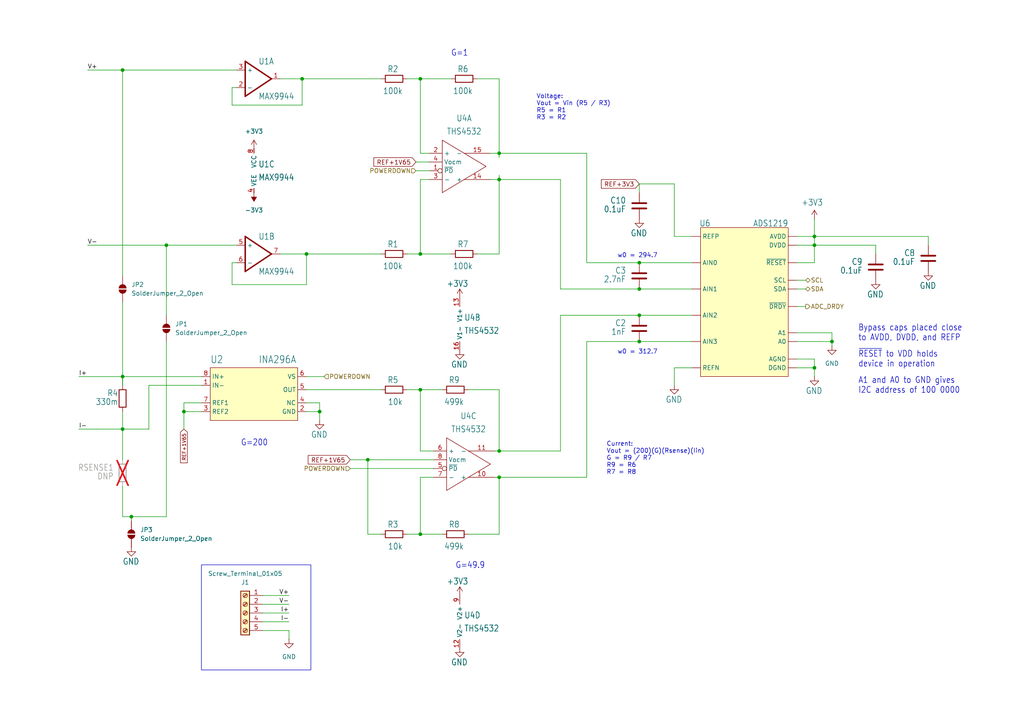
<source format=kicad_sch>
(kicad_sch (version 20231120) (generator "eeschema") (generator_version "8.0")
  (paper "A4")
  (title_block (title "Soil Power Sensor") (date "2024-07-26") (rev "2.2.1") (company "jlab"))
  (lib_symbols
    (symbol "Connector:Screw_Terminal_01x05" (pin_names (offset 1.016) hide)
      (property "Reference" "J" (at 0 7.62 0))
      (property "Value" "Screw_Terminal_01x05" (at 0 -7.62 0))
      (symbol "Screw_Terminal_01x05_1_1"
        (rectangle (start -1.27 6.35) (end 1.27 -6.35) (stroke (width 0.254)) (fill (type background)))
        (circle (center 0 -5.08) (radius 0.635) (stroke (width 0.1524)))
        (circle (center 0 -2.54) (radius 0.635) (stroke (width 0.1524)))
        (polyline (pts (xy -0.5334 -4.7498) (xy 0.3302 -5.588)) (stroke (width 0.1524)))
        (polyline (pts (xy -0.5334 -2.2098) (xy 0.3302 -3.048)) (stroke (width 0.1524)))
        (polyline (pts (xy -0.5334 0.3302) (xy 0.3302 -0.508)) (stroke (width 0.1524)))
        (polyline (pts (xy -0.5334 2.8702) (xy 0.3302 2.032)) (stroke (width 0.1524)))
        (polyline (pts (xy -0.5334 5.4102) (xy 0.3302 4.572)) (stroke (width 0.1524)))
        (polyline (pts (xy -0.3556 -4.572) (xy 0.508 -5.4102)) (stroke (width 0.1524)))
        (polyline (pts (xy -0.3556 -2.032) (xy 0.508 -2.8702)) (stroke (width 0.1524)))
        (polyline (pts (xy -0.3556 0.508) (xy 0.508 -0.3302)) (stroke (width 0.1524)))
        (polyline (pts (xy -0.3556 3.048) (xy 0.508 2.2098)) (stroke (width 0.1524)))
        (polyline (pts (xy -0.3556 5.588) (xy 0.508 4.7498)) (stroke (width 0.1524)))
        (circle (center 0 0) (radius 0.635) (stroke (width 0.1524)))
        (circle (center 0 2.54) (radius 0.635) (stroke (width 0.1524)))
        (circle (center 0 5.08) (radius 0.635) (stroke (width 0.1524)))
        (pin passive line (at -5.08 5.08 0) (length 3.81) (name "Pin_1") (number "1"))
        (pin passive line (at -5.08 2.54 0) (length 3.81) (name "Pin_2") (number "2"))
        (pin passive line (at -5.08 0 0) (length 3.81) (name "Pin_3") (number "3"))
        (pin passive line (at -5.08 -2.54 0) (length 3.81) (name "Pin_4") (number "4"))
        (pin passive line (at -5.08 -5.08 0) (length 3.81) (name "Pin_5") (number "5"))
      )
    )
    (symbol "Device:C" (pin_numbers hide) (pin_names (offset 0.254))
      (property "Reference" "C" (at 0.635 2.54 0))
      (property "Value" "C" (at 0.635 -2.54 0))
      (symbol "C_0_1"
        (polyline (pts (xy -2.032 -0.762) (xy 2.032 -0.762)) (stroke (width 0.508)))
        (polyline (pts (xy -2.032 0.762) (xy 2.032 0.762)) (stroke (width 0.508)))
      )
      (symbol "C_1_1"
        (pin passive line (at 0 3.81 270) (length 2.794) (name "~") (number "1"))
        (pin passive line (at 0 -3.81 90) (length 2.794) (name "~") (number "2"))
      )
    )
    (symbol "Device:R" (pin_numbers hide) (pin_names (offset 0))
      (property "Reference" "R" (at 2.032 0 90))
      (property "Value" "R" (at 0 0 90))
      (symbol "R_0_1"
        (rectangle (start -1.016 -2.54) (end 1.016 2.54) (stroke (width 0.254)))
      )
      (symbol "R_1_1"
        (pin passive line (at 0 3.81 270) (length 1.27) (name "~") (number "1"))
        (pin passive line (at 0 -3.81 90) (length 1.27) (name "~") (number "2"))
      )
    )
    (symbol "Jumper:SolderJumper_2_Open" (pin_numbers hide) (pin_names (offset 0) hide) (exclude_from_sim yes) (in_bom no)
      (property "Reference" "JP" (at 0 2.032 0))
      (property "Value" "SolderJumper_2_Open" (at 0 -2.54 0))
      (symbol "SolderJumper_2_Open_0_1"
        (arc (start -0.254 1.016) (mid -1.2656 0) (end -0.254 -1.016))
        (arc (start -0.254 1.016) (mid -1.2656 0) (end -0.254 -1.016) (fill (type outline)))
        (polyline (pts (xy -0.254 1.016) (xy -0.254 -1.016)))
        (polyline (pts (xy 0.254 1.016) (xy 0.254 -1.016)))
        (arc (start 0.254 -1.016) (mid 1.2656 0) (end 0.254 1.016))
        (arc (start 0.254 -1.016) (mid 1.2656 0) (end 0.254 1.016) (fill (type outline)))
      )
      (symbol "SolderJumper_2_Open_1_1"
        (pin passive line (at -3.81 0 0) (length 2.54) (name "A") (number "1"))
        (pin passive line (at 3.81 0 180) (length 2.54) (name "B") (number "2"))
      )
    )
    (symbol "Soil Power Sensor-eagle-import:ADS1219"
      (property "Reference" "U" (at -12.7 22.86 0))
      (property "Value" "ADS1219" (at 2.54 22.86 0))
      (symbol "ADS1219_1_0"
        (pin input line (at 15.24 -12.7 180) (length 2.54) (name "A0") (number "PIN1"))
        (pin bidirectional line (at -15.24 2.54 0) (length 2.54) (name "AIN1") (number "PIN10"))
        (pin bidirectional line (at -15.24 10.16 0) (length 2.54) (name "AIN0") (number "PIN11"))
        (pin power_in line (at 15.24 17.78 180) (length 2.54) (name "AVDD") (number "PIN12"))
        (pin power_in line (at 15.24 15.24 180) (length 2.54) (name "DVDD") (number "PIN13"))
        (pin bidirectional line (at 15.24 -2.54 180) (length 2.54) (name "~{DRDY}") (number "PIN14"))
        (pin bidirectional line (at 15.24 2.54 180) (length 2.54) (name "SDA") (number "PIN15"))
        (pin bidirectional line (at 15.24 5.08 180) (length 2.54) (name "SCL") (number "PIN16"))
        (pin input line (at 15.24 -10.16 180) (length 2.54) (name "A1") (number "PIN2"))
        (pin input line (at 15.24 10.16 180) (length 2.54) (name "~{RESET}") (number "PIN3"))
        (pin power_in line (at 15.24 -20.32 180) (length 2.54) (name "DGND") (number "PIN4"))
        (pin power_in line (at 15.24 -17.78 180) (length 2.54) (name "AGND") (number "PIN5"))
        (pin bidirectional line (at -15.24 -12.7 0) (length 2.54) (name "AIN3") (number "PIN6"))
        (pin bidirectional line (at -15.24 -5.08 0) (length 2.54) (name "AIN2") (number "PIN7"))
        (pin input line (at -15.24 -20.32 0) (length 2.54) (name "REFN") (number "PIN8"))
        (pin input line (at -15.24 17.78 0) (length 2.54) (name "REFP") (number "PIN9"))
      )
      (symbol "ADS1219_1_1"
        (rectangle (start -12.7 20.32) (end 12.7 -22.86) (fill (type background)))
      )
    )
    (symbol "Soil Power Sensor-eagle-import:INA296A"
      (property "Reference" "U" (at -12.7 7.62 0))
      (property "Value" "INA296A" (at 1.27 7.62 0))
      (symbol "INA296A_1_0"
        (pin input line (at -15.24 1.27 0) (length 2.54) (name "IN-") (number "1"))
        (pin power_in line (at 15.24 -6.35 180) (length 2.54) (name "GND") (number "2"))
        (pin bidirectional line (at -15.24 -6.35 0) (length 2.54) (name "REF2") (number "3"))
        (pin passive line (at 15.24 -3.81 180) (length 2.54) (name "NC") (number "4"))
        (pin output line (at 15.24 0 180) (length 2.54) (name "OUT") (number "5"))
        (pin power_in line (at 15.24 3.81 180) (length 2.54) (name "VS") (number "6"))
        (pin bidirectional line (at -15.24 -3.81 0) (length 2.54) (name "REF1") (number "7"))
        (pin input line (at -15.24 3.81 0) (length 2.54) (name "IN+") (number "8"))
      )
      (symbol "INA296A_1_1"
        (rectangle (start -12.7 6.35) (end 12.7 -8.89) (fill (type background)))
      )
    )
    (symbol "Soil Power Sensor-eagle-import:MAX9944"
      (property "Reference" "U" (at 3.81 3.81 0))
      (property "Value" "MAX9944" (at 3.81 -6.35 0))
      (symbol "MAX9944_1_0"
        (polyline (pts (xy -2.54 -5.08) (xy 5.08 0)) (stroke (width 0.4064)))
        (polyline (pts (xy -2.54 5.08) (xy -2.54 -5.08)) (stroke (width 0.4064)))
        (polyline (pts (xy 5.08 0) (xy -2.54 5.08)) (stroke (width 0.4064)))
        (pin output line (at 7.62 0 180) (length 2.54) (name "OUT") (number "1"))
        (pin input line (at -5.08 -2.54 0) (length 2.54) (name "-") (number "2"))
        (pin input line (at -5.08 2.54 0) (length 2.54) (name "+") (number "3"))
      )
      (symbol "MAX9944_2_0"
        (polyline (pts (xy -2.54 -5.08) (xy 5.08 0)) (stroke (width 0.4064)))
        (polyline (pts (xy -2.54 5.08) (xy -2.54 -5.08)) (stroke (width 0.4064)))
        (polyline (pts (xy 5.08 0) (xy -2.54 5.08)) (stroke (width 0.4064)))
        (pin input line (at -5.08 2.54 0) (length 2.54) (name "+") (number "5"))
        (pin input line (at -5.08 -2.54 0) (length 2.54) (name "-") (number "6"))
        (pin output line (at 7.62 0 180) (length 2.54) (name "OUT") (number "7"))
      )
      (symbol "MAX9944_3_0"
        (pin power_in line (at 0 -6.35 90) (length 1.27) (name "VEE") (number "4"))
        (pin power_in line (at 0 6.35 270) (length 1.27) (name "VCC") (number "8"))
      )
    )
    (symbol "Soil Power Sensor-eagle-import:THS4532"
      (property "Reference" "U" (at 1.27 6.35 0))
      (property "Value" "THS4532" (at 1.27 -7.62 0))
      (symbol "THS4532_1_0"
        (polyline (pts (xy -5.08 -7.62) (xy -5.08 7.62)) (stroke (width 0.1524)))
        (polyline (pts (xy -5.08 7.62) (xy 7.62 0)) (stroke (width 0.1524)))
        (polyline (pts (xy 7.62 0) (xy -5.08 -7.62)) (stroke (width 0.1524)))
        (pin input inverted (at -8.89 -1.27 0) (length 3.81) (name "~{PD}") (number "1"))
        (pin output line (at 8.89 -3.81 180) (length 7.62) (name "+") (number "14"))
        (pin output line (at 8.89 3.81 180) (length 7.62) (name "-") (number "15"))
        (pin input line (at -8.89 3.81 0) (length 3.81) (name "+") (number "2"))
        (pin input line (at -8.89 -3.81 0) (length 3.81) (name "-") (number "3"))
        (pin input line (at -8.89 1.27 0) (length 3.81) (name "Vocm") (number "4"))
      )
      (symbol "THS4532_2_0"
        (pin power_in line (at 0 7.62 270) (length 2.54) (name "V1+") (number "13"))
        (pin power_in line (at 0 -7.62 90) (length 2.54) (name "V1-") (number "16"))
      )
      (symbol "THS4532_3_0"
        (polyline (pts (xy -5.08 -7.62) (xy -5.08 7.62)) (stroke (width 0.1524)))
        (polyline (pts (xy -5.08 7.62) (xy 7.62 0)) (stroke (width 0.1524)))
        (polyline (pts (xy 7.62 0) (xy -5.08 -7.62)) (stroke (width 0.1524)))
        (pin output line (at 8.89 -3.81 180) (length 7.62) (name "+") (number "10"))
        (pin output line (at 8.89 3.81 180) (length 7.62) (name "-") (number "11"))
        (pin input inverted (at -8.89 -1.27 0) (length 3.81) (name "~{PD}") (number "5"))
        (pin input line (at -8.89 3.81 0) (length 3.81) (name "+") (number "6"))
        (pin input line (at -8.89 -3.81 0) (length 3.81) (name "-") (number "7"))
        (pin input line (at -8.89 1.27 0) (length 3.81) (name "Vocm") (number "8"))
      )
      (symbol "THS4532_4_0"
        (pin power_in line (at 0 -7.62 90) (length 2.54) (name "V2-") (number "12"))
        (pin power_in line (at 0 7.62 270) (length 2.54) (name "V2+") (number "9"))
      )
    )
    (symbol "power:+3V3" (power) (pin_numbers hide) (pin_names (offset 0) hide)
      (property "Value" "+3V3" (at 0 3.556 0))
      (symbol "+3V3_0_1"
        (polyline (pts (xy -0.762 1.27) (xy 0 2.54)))
        (polyline (pts (xy 0 0) (xy 0 2.54)))
        (polyline (pts (xy 0 2.54) (xy 0.762 1.27)))
      )
      (symbol "+3V3_1_1"
        (pin power_in line (at 0 0 90) (length 0) (name "~") (number "1"))
      )
    )
    (symbol "power:-3V3" (power) (pin_numbers hide) (pin_names (offset 0) hide)
      (property "Value" "-3V3" (at 0 3.556 0))
      (symbol "-3V3_0_0"
        (pin power_in line (at 0 0 90) (length 0) (name "~") (number "1"))
      )
      (symbol "-3V3_0_1"
        (polyline (pts (xy 0 0) (xy 0 1.27) (xy 0.762 1.27) (xy 0 2.54) (xy -0.762 1.27) (xy 0 1.27)) (fill (type outline)))
      )
    )
    (symbol "power:GND" (power) (pin_numbers hide) (pin_names (offset 0) hide)
      (property "Value" "GND" (at 0 -3.81 0))
      (symbol "GND_0_1"
        (polyline (pts (xy 0 0) (xy 0 -1.27) (xy 1.27 -1.27) (xy 0 -2.54) (xy -1.27 -1.27) (xy 0 -1.27)))
      )
      (symbol "GND_1_1"
        (pin power_in line (at 0 0 270) (length 0) (name "~") (number "1"))
      )
    )
  )
  (junction (at 236.22 106.68))
  (junction (at 185.42 76.2))
  (junction (at 241.3 99.06))
  (junction (at 121.92 113.03))
  (junction (at 185.42 99.06))
  (junction (at 185.42 83.82))
  (junction (at 144.78 130.81))
  (junction (at 236.22 68.58))
  (junction (at 106.68 133.35))
  (junction (at 88.9 73.66))
  (junction (at 121.92 73.66))
  (junction (at 35.56 109.22))
  (junction (at 38.1 149.86))
  (junction (at 92.71 119.38))
  (junction (at 144.78 138.43))
  (junction (at 236.22 71.12))
  (junction (at 121.92 154.94))
  (junction (at 87.63 22.86))
  (junction (at 185.42 91.44))
  (junction (at 35.56 20.32))
  (junction (at 48.26 71.12))
  (junction (at 35.56 124.46))
  (junction (at 121.92 22.86))
  (junction (at 144.78 44.45))
  (junction (at 144.78 52.07))
  (junction (at 53.34 119.38))
  (wire (pts (xy 118.11 73.66) (xy 121.92 73.66)) (stroke (width 0.1524)))
  (wire (pts (xy 269.24 68.58) (xy 269.24 71.12)) (stroke (width 0.1524)))
  (wire (pts (xy 231.14 106.68) (xy 236.22 106.68)) (stroke (width 0.1524)))
  (wire (pts (xy 195.58 68.58) (xy 195.58 53.34)) (stroke (width 0.1524)))
  (wire (pts (xy 185.42 55.88) (xy 185.42 53.34)) (stroke (width 0.1524)))
  (wire (pts (xy 124.46 130.81) (xy 125.73 130.81)))
  (wire (pts (xy 231.14 68.58) (xy 236.22 68.58)) (stroke (width 0.1524)))
  (wire (pts (xy 25.4 71.12) (xy 48.26 71.12)) (stroke (width 0.1524)))
  (wire (pts (xy 43.18 124.46) (xy 43.18 111.76)) (stroke (width 0.1524)))
  (wire (pts (xy 76.2 177.8) (xy 83.82 177.8)))
  (wire (pts (xy 76.2 175.26) (xy 83.82 175.26)))
  (wire (pts (xy 144.78 22.86) (xy 144.78 44.45)) (stroke (width 0.1524)))
  (wire (pts (xy 35.56 124.46) (xy 43.18 124.46)) (stroke (width 0.1524)))
  (wire (pts (xy 88.9 82.55) (xy 88.9 73.66)) (stroke (width 0.1524)))
  (wire (pts (xy 241.3 99.06) (xy 241.3 100.33)))
  (wire (pts (xy 118.11 154.94) (xy 119.38 154.94)))
  (wire (pts (xy 67.31 25.4) (xy 67.31 30.48)) (stroke (width 0.1524)))
  (wire (pts (xy 139.7 22.86) (xy 144.78 22.86)) (stroke (width 0.1524)))
  (wire (pts (xy 144.78 138.43) (xy 144.78 154.94)) (stroke (width 0.1524)))
  (wire (pts (xy 185.42 83.82) (xy 200.66 83.82)) (stroke (width 0.1524)))
  (wire (pts (xy 124.46 130.81) (xy 121.92 130.81)) (stroke (width 0.1524)))
  (wire (pts (xy 236.22 68.58) (xy 236.22 63.5)) (stroke (width 0.1524)))
  (wire (pts (xy 120.65 49.53) (xy 124.46 49.53)))
  (wire (pts (xy 185.42 91.44) (xy 200.66 91.44)) (stroke (width 0.1524)))
  (wire (pts (xy 68.58 20.32) (xy 35.56 20.32)) (stroke (width 0.1524)))
  (wire (pts (xy 121.92 52.07) (xy 124.46 52.07)) (stroke (width 0.1524)))
  (wire (pts (xy 88.9 109.22) (xy 93.98 109.22)) (stroke (width 0.1524)))
  (wire (pts (xy 35.56 111.76) (xy 35.56 109.22)) (stroke (width 0.1524)))
  (wire (pts (xy 144.78 130.81) (xy 162.56 130.81)) (stroke (width 0.1524)))
  (wire (pts (xy 76.2 182.88) (xy 83.82 182.88)))
  (wire (pts (xy 53.34 116.84) (xy 58.42 116.84)) (stroke (width 0.1524)))
  (wire (pts (xy 121.92 138.43) (xy 121.92 154.94)) (stroke (width 0.1524)))
  (wire (pts (xy 22.86 109.22) (xy 35.56 109.22)) (stroke (width 0.1524)))
  (wire (pts (xy 231.14 104.14) (xy 236.22 104.14)) (stroke (width 0.1524)))
  (wire (pts (xy 35.56 109.22) (xy 58.42 109.22)) (stroke (width 0.1524)))
  (wire (pts (xy 81.28 22.86) (xy 87.63 22.86)) (stroke (width 0.1524)))
  (wire (pts (xy 48.26 91.44) (xy 48.26 71.12)) (stroke (width 0.1524)))
  (wire (pts (xy 144.78 44.45) (xy 144.78 45.72)) (stroke (width 0.1524)))
  (wire (pts (xy 118.11 22.86) (xy 121.92 22.86)) (stroke (width 0.1524)))
  (wire (pts (xy 35.56 80.01) (xy 35.56 20.32)) (stroke (width 0.1524)))
  (wire (pts (xy 121.92 73.66) (xy 130.81 73.66)) (stroke (width 0.1524)))
  (wire (pts (xy 83.82 182.88) (xy 83.82 185.42)))
  (wire (pts (xy 254 71.12) (xy 254 73.66)) (stroke (width 0.1524)))
  (wire (pts (xy 121.92 154.94) (xy 128.27 154.94)) (stroke (width 0.1524)))
  (wire (pts (xy 236.22 71.12) (xy 236.22 68.58)) (stroke (width 0.1524)))
  (wire (pts (xy 142.24 44.45) (xy 144.78 44.45)) (stroke (width 0.1524)))
  (wire (pts (xy 38.1 149.86) (xy 48.26 149.86)) (stroke (width 0.1524)))
  (wire (pts (xy 43.18 111.76) (xy 58.42 111.76)) (stroke (width 0.1524)))
  (wire (pts (xy 92.71 119.38) (xy 92.71 121.92)))
  (wire (pts (xy 35.56 87.63) (xy 35.56 109.22)) (stroke (width 0.1524)))
  (wire (pts (xy 200.66 68.58) (xy 195.58 68.58)) (stroke (width 0.1524)))
  (wire (pts (xy 241.3 96.52) (xy 241.3 99.06)) (stroke (width 0.1524)))
  (wire (pts (xy 121.92 113.03) (xy 128.27 113.03)) (stroke (width 0.1524)))
  (wire (pts (xy 236.22 68.58) (xy 269.24 68.58)) (stroke (width 0.1524)))
  (wire (pts (xy 231.14 76.2) (xy 236.22 76.2)) (stroke (width 0.1524)))
  (wire (pts (xy 195.58 106.68) (xy 200.66 106.68)) (stroke (width 0.1524)))
  (wire (pts (xy 67.31 30.48) (xy 87.63 30.48)) (stroke (width 0.1524)))
  (wire (pts (xy 236.22 76.2) (xy 236.22 71.12)) (stroke (width 0.1524)))
  (wire (pts (xy 106.68 133.35) (xy 106.68 154.94)) (stroke (width 0.1524)))
  (wire (pts (xy 120.65 46.99) (xy 124.46 46.99)) (stroke (width 0.1524)))
  (wire (pts (xy 144.78 130.81) (xy 144.78 113.03)) (stroke (width 0.1524)))
  (wire (pts (xy 118.11 113.03) (xy 121.92 113.03)) (stroke (width 0.1524)))
  (wire (pts (xy 185.42 53.34) (xy 195.58 53.34)) (stroke (width 0.1524)))
  (wire (pts (xy 143.51 130.81) (xy 144.78 130.81)))
  (wire (pts (xy 231.14 88.9) (xy 233.68 88.9)) (stroke (width 0.1524)))
  (wire (pts (xy 81.28 73.66) (xy 88.9 73.66)) (stroke (width 0.1524)))
  (wire (pts (xy 138.43 73.66) (xy 139.7 73.66)))
  (wire (pts (xy 231.14 83.82) (xy 233.68 83.82)) (stroke (width 0.1524)))
  (wire (pts (xy 144.78 113.03) (xy 137.16 113.03)) (stroke (width 0.1524)))
  (wire (pts (xy 68.58 76.2) (xy 67.31 76.2)) (stroke (width 0.1524)))
  (wire (pts (xy 101.6 135.89) (xy 125.73 135.89)))
  (wire (pts (xy 135.89 113.03) (xy 137.16 113.03)))
  (wire (pts (xy 170.18 76.2) (xy 170.18 44.45)) (stroke (width 0.1524)))
  (wire (pts (xy 88.9 113.03) (xy 110.49 113.03)) (stroke (width 0.1524)))
  (wire (pts (xy 236.22 104.14) (xy 236.22 106.68)) (stroke (width 0.1524)))
  (wire (pts (xy 170.18 76.2) (xy 185.42 76.2)) (stroke (width 0.1524)))
  (wire (pts (xy 121.92 44.45) (xy 121.92 22.86)) (stroke (width 0.1524)))
  (wire (pts (xy 38.1 151.13) (xy 38.1 149.86)) (stroke (width 0.1524)))
  (wire (pts (xy 125.73 138.43) (xy 121.92 138.43)))
  (wire (pts (xy 142.24 52.07) (xy 144.78 52.07)) (stroke (width 0.1524)))
  (wire (pts (xy 106.68 133.35) (xy 125.73 133.35)))
  (wire (pts (xy 195.58 111.76) (xy 195.58 106.68)) (stroke (width 0.1524)))
  (wire (pts (xy 121.92 22.86) (xy 130.81 22.86)) (stroke (width 0.1524)))
  (wire (pts (xy 53.34 116.84) (xy 53.34 119.38)) (stroke (width 0.1524)))
  (wire (pts (xy 231.14 99.06) (xy 241.3 99.06)) (stroke (width 0.1524)))
  (wire (pts (xy 138.43 22.86) (xy 139.7 22.86)))
  (wire (pts (xy 67.31 76.2) (xy 67.31 82.55)) (stroke (width 0.1524)))
  (wire (pts (xy 35.56 119.38) (xy 35.56 124.46)))
  (wire (pts (xy 124.46 44.45) (xy 121.92 44.45)) (stroke (width 0.1524)))
  (wire (pts (xy 35.56 109.22) (xy 35.56 111.76)))
  (wire (pts (xy 170.18 99.06) (xy 185.42 99.06)) (stroke (width 0.1524)))
  (wire (pts (xy 101.6 133.35) (xy 106.68 133.35)))
  (wire (pts (xy 38.1 149.86) (xy 35.56 149.86)) (stroke (width 0.1524)))
  (wire (pts (xy 139.7 73.66) (xy 144.78 73.66)) (stroke (width 0.1524)))
  (wire (pts (xy 67.31 82.55) (xy 88.9 82.55)) (stroke (width 0.1524)))
  (wire (pts (xy 35.56 124.46) (xy 35.56 133.35)) (stroke (width 0.1524)))
  (wire (pts (xy 143.51 138.43) (xy 144.78 138.43)) (stroke (width 0.1524)))
  (wire (pts (xy 22.86 124.46) (xy 27.94 124.46)))
  (wire (pts (xy 88.9 119.38) (xy 92.71 119.38)))
  (wire (pts (xy 185.42 76.2) (xy 200.66 76.2)) (stroke (width 0.1524)))
  (wire (pts (xy 68.58 71.12) (xy 48.26 71.12)) (stroke (width 0.1524)))
  (wire (pts (xy 162.56 83.82) (xy 185.42 83.82)) (stroke (width 0.1524)))
  (wire (pts (xy 92.71 116.84) (xy 92.71 119.38)))
  (wire (pts (xy 162.56 130.81) (xy 162.56 91.44)) (stroke (width 0.1524)))
  (wire (pts (xy 48.26 99.06) (xy 48.26 149.86)) (stroke (width 0.1524)))
  (wire (pts (xy 135.89 154.94) (xy 144.78 154.94)) (stroke (width 0.1524)))
  (wire (pts (xy 162.56 91.44) (xy 185.42 91.44)) (stroke (width 0.1524)))
  (wire (pts (xy 236.22 71.12) (xy 254 71.12)) (stroke (width 0.1524)))
  (wire (pts (xy 185.42 99.06) (xy 200.66 99.06)) (stroke (width 0.1524)))
  (wire (pts (xy 68.58 25.4) (xy 67.31 25.4)) (stroke (width 0.1524)))
  (wire (pts (xy 119.38 154.94) (xy 121.92 154.94)) (stroke (width 0.1524)))
  (wire (pts (xy 144.78 52.07) (xy 162.56 52.07)) (stroke (width 0.1524)))
  (wire (pts (xy 35.56 140.97) (xy 35.56 149.86)) (stroke (width 0.1524)))
  (wire (pts (xy 231.14 71.12) (xy 236.22 71.12)) (stroke (width 0.1524)))
  (wire (pts (xy 88.9 116.84) (xy 92.71 116.84)))
  (wire (pts (xy 121.92 73.66) (xy 121.92 52.07)) (stroke (width 0.1524)))
  (wire (pts (xy 144.78 138.43) (xy 170.18 138.43)) (stroke (width 0.1524)))
  (wire (pts (xy 162.56 83.82) (xy 162.56 52.07)) (stroke (width 0.1524)))
  (wire (pts (xy 55.88 119.38) (xy 53.34 119.38)) (stroke (width 0.1524)))
  (wire (pts (xy 87.63 22.86) (xy 110.49 22.86)) (stroke (width 0.1524)))
  (wire (pts (xy 35.56 20.32) (xy 25.4 20.32)) (stroke (width 0.1524)))
  (wire (pts (xy 170.18 99.06) (xy 170.18 138.43)) (stroke (width 0.1524)))
  (wire (pts (xy 76.2 180.34) (xy 83.82 180.34)))
  (wire (pts (xy 76.2 172.72) (xy 83.82 172.72)))
  (wire (pts (xy 231.14 81.28) (xy 233.68 81.28)) (stroke (width 0.1524)))
  (wire (pts (xy 53.34 119.38) (xy 53.34 124.46)) (stroke (width 0.1524)))
  (wire (pts (xy 88.9 73.66) (xy 110.49 73.66)) (stroke (width 0.1524)))
  (wire (pts (xy 231.14 96.52) (xy 241.3 96.52)) (stroke (width 0.1524)))
  (wire (pts (xy 27.94 124.46) (xy 35.56 124.46)) (stroke (width 0.1524)))
  (wire (pts (xy 236.22 106.68) (xy 236.22 109.22)) (stroke (width 0.1524)))
  (wire (pts (xy 144.78 44.45) (xy 170.18 44.45)) (stroke (width 0.1524)))
  (wire (pts (xy 144.78 73.66) (xy 144.78 52.07)) (stroke (width 0.1524)))
  (wire (pts (xy 121.92 130.81) (xy 121.92 113.03)) (stroke (width 0.1524)))
  (wire (pts (xy 87.63 22.86) (xy 87.63 30.48)) (stroke (width 0.1524)))
  (wire (pts (xy 106.68 154.94) (xy 110.49 154.94)) (stroke (width 0.1524)))
  (wire (pts (xy 144.78 52.07) (xy 144.78 50.8)) (stroke (width 0.1524)))
  (wire (pts (xy 55.88 119.38) (xy 58.42 119.38)))
  (rectangle (start 58.42 163.83) (end 90.17 194.31))
  (text "G=49.9" (at 132.08 165.1 0) (effects (font (size 1.778 1.5113)) (justify left bottom)))
  (text "G=1" (at 130.81 16.51 0) (effects (font (size 1.778 1.5113)) (justify left bottom)))
  (text "A1 and A0 to GND gives\nI2C address of 100 0000" (at 248.92 114.3 0) (effects (font (size 1.778 1.5113)) (justify left bottom)))
  (text "Current:\nVout = (200)(G)(Rsense)(Iin)\nG = R9 / R7\nR9 = R6\nR7 = R8" (at 175.895 137.795 0) (effects (font (size 1.27 1.27)) (justify left bottom)))
  (text "w0 = 312.7" (at 179.07 102.87 0) (effects (font (size 1.27 1.27)) (justify left bottom)))
  (text "G=200" (at 69.85 129.54 0) (effects (font (size 1.778 1.5113)) (justify left bottom)))
  (text "Bypass caps placed close\nto AVDD, DVDD, and REFP" (at 248.92 99.06 0) (effects (font (size 1.778 1.5113)) (justify left bottom)))
  (text "w0 = 294.7" (at 179.07 74.93 0) (effects (font (size 1.27 1.27)) (justify left bottom)))
  (text "~{RESET} to VDD holds\ndevice in operation" (at 248.92 106.68 0) (effects (font (size 1.778 1.5113)) (justify left bottom)))
  (text "Voltage:\nVout = Vin (R5 / R3)\nR5 = R1\nR3 = R2" (at 155.575 34.925 0) (effects (font (size 1.27 1.27)) (justify left bottom)))
  (label "I-" (at 22.86 124.46 0))
  (label "I+" (at 83.82 177.8 180))
  (label "I-" (at 83.82 180.34 180))
  (label "V+" (at 83.82 172.72 180))
  (label "V-" (at 83.82 175.26 180))
  (label "I+" (at 22.86 109.22 0))
  (label "V-" (at 25.4 71.12 0))
  (label "V+" (at 25.4 20.32 0))
  (global_label "REF+1V65" (shape input) (at 120.65 46.99 180) (property "Intersheetrefs" "${INTERSHEET_REFS}" (effects (hide yes))))
  (global_label "REF+3V3" (shape input) (at 185.42 53.34 180) (property "Intersheetrefs" "${INTERSHEET_REFS}" (effects (hide yes))))
  (global_label "REF+1V65" (shape input) (at 101.6 133.35 180) (property "Intersheetrefs" "${INTERSHEET_REFS}" (effects (hide yes))))
  (global_label "REF+1V65" (shape input) (at 53.34 124.46 270) (effects (font (size 1.016 1.016))) (property "Intersheetrefs" "${INTERSHEET_REFS}" (effects (hide yes))))
  (hierarchical_label "SCL" (shape bidirectional) (at 233.68 81.28 0))
  (hierarchical_label "POWERDOWN" (shape input) (at 93.98 109.22 0))
  (hierarchical_label "SDA" (shape bidirectional) (at 233.68 83.82 0))
  (hierarchical_label "POWERDOWN" (shape input) (at 101.6 135.89 180))
  (hierarchical_label "ADC_DRDY" (shape output) (at 233.68 88.9 0))
  (hierarchical_label "POWERDOWN" (shape input) (at 120.65 49.53 180))
  (symbol (lib_id "power:GND") (at 241.3 100.33 0) (unit 1)
    (property "Reference" "#PWR016" (effects (hide yes)))
    (property "Value" "GND" (at 241.3 105.41 0))
    (property "Description" "Power symbol creates a global label with name \"GND\" , ground" (effects (hide yes)))
  )
  (symbol (lib_id "Jumper:SolderJumper_2_Open") (at 38.1 154.94 270) (unit 1) (in_bom no)
    (property "Reference" "JP3" (at 40.64 153.67 90) (effects (justify left)))
    (property "Value" "SolderJumper_2_Open" (at 40.64 156.21 90) (effects (justify left)))
    (property "Footprint" "Jumper:SolderJumper-2_P1.3mm_Open_RoundedPad1.0x1.5mm" (effects (hide yes)))
    (property "Description" "Solder Jumper, 2-pole, open" (effects (hide yes)))
  )
  (symbol (lib_id "Jumper:SolderJumper_2_Open") (at 48.26 95.25 90) (unit 1) (in_bom no)
    (property "Reference" "JP1" (at 50.8 93.98 90) (effects (justify right)))
    (property "Value" "SolderJumper_2_Open" (at 50.8 96.52 90) (effects (justify right)))
    (property "Footprint" "Jumper:SolderJumper-2_P1.3mm_Open_RoundedPad1.0x1.5mm" (effects (hide yes)))
    (property "Description" "Solder Jumper, 2-pole, open" (effects (hide yes)))
  )
  (symbol (lib_id "Soil Power Sensor-eagle-import:THS4532") (at 133.35 93.98 0) (unit 2)
    (property "Reference" "U4" (at 134.62 92.075 0) (effects (font (size 1.778 1.5113)) (justify left)))
    (property "Value" "THS4532" (at 134.62 95.885 0) (effects (font (size 1.778 1.5113)) (justify left)))
    (property "Footprint" "Soil Power Sensor:SOP65P640X120-16N" (effects (hide yes)))
    (property "Datasheet" "https://www.ti.com/lit/gpn/ths4532" (effects (hide yes)))
    (property "Description" "Dual, Ultra low power 0.25mA, RRO, fully differential amplifier" (effects (hide yes)))
    (property "Author" "John Madden <jmadden173@pm.me>" (effects (hide yes)))
    (property "Date Created" "2023-10-03" (effects (hide yes)))
    (property "Date Modified" "2023-10-03" (effects (hide yes)))
    (property "MPN" "THS4532IPW" (effects (hide yes)))
  )
  (symbol (lib_id "Device:R") (at 114.3 113.03 90) (unit 1)
    (property "Reference" "R5" (at 115.57 109.22 90) (effects (font (size 1.778 1.5113)) (justify left bottom)))
    (property "Value" "10k" (at 116.84 115.57 90) (effects (font (size 1.778 1.5113)) (justify left bottom)))
    (property "Footprint" "Resistor_SMD:R_0603_1608Metric" (effects (hide yes)))
    (property "Description" "Resistor" (effects (hide yes)))
    (property "MPN" "RT0603BRD0710KL" (effects (hide yes)))
  )
  (symbol (lib_id "power:GND") (at 254 81.28 0) (unit 1)
    (property "Reference" "#GND09" (effects (hide yes)))
    (property "Value" "GND" (at 251.46 86.36 0) (effects (font (size 1.778 1.5113)) (justify left bottom)))
    (property "Description" "Power symbol creates a global label with name \"GND\" , ground" (effects (hide yes)))
  )
  (symbol (lib_id "power:GND") (at 269.24 78.74 0) (unit 1)
    (property "Reference" "#GND010" (effects (hide yes)))
    (property "Value" "GND" (at 266.7 83.82 0) (effects (font (size 1.778 1.5113)) (justify left bottom)))
    (property "Description" "Power symbol creates a global label with name \"GND\" , ground" (effects (hide yes)))
  )
  (symbol (lib_id "Device:R") (at 134.62 22.86 90) (unit 1)
    (property "Reference" "R6" (at 135.89 19.05 90) (effects (font (size 1.778 1.5113)) (justify left bottom)))
    (property "Value" "100k" (at 137.16 25.4 90) (effects (font (size 1.778 1.5113)) (justify left bottom)))
    (property "Footprint" "Resistor_SMD:R_0603_1608Metric" (effects (hide yes)))
    (property "Description" "Resistor" (effects (hide yes)))
    (property "MPN" "RT0603BRD07100KL" (effects (hide yes)))
  )
  (symbol (lib_id "Soil Power Sensor-eagle-import:MAX9944") (at 73.66 49.53 0) (unit 3)
    (property "Reference" "U1" (at 74.93 47.625 0) (effects (font (size 1.778 1.5113)) (justify left)))
    (property "Value" "MAX9944" (at 74.93 51.435 0) (effects (font (size 1.778 1.5113)) (justify left)))
    (property "Footprint" "Soil Power Sensor:SOIC127P600X155-8N" (effects (hide yes)))
    (property "Datasheet" "https://www.analog.com/media/en/technical-documentation/data-sheets/MAX9943-MAX9944.pdf" (effects (hide yes)))
    (property "Description" "High-Voltage, Precision, Low-Power Op Amps" (effects (hide yes)))
    (property "Author" "John Madden <jmadden173@pm.me>" (effects (hide yes)))
    (property "Date Created" "2023-10-03" (effects (hide yes)))
    (property "Date Modified" "2023-10-03" (effects (hide yes)))
    (property "MPN" "MAX9944ASA+T" (effects (hide yes)))
  )
  (symbol (lib_id "Device:C") (at 185.42 80.01 0) (mirror y) (unit 1)
    (property "Reference" "C3" (at 181.61 77.47 0) (effects (font (size 1.778 1.5113)) (justify left top)))
    (property "Value" "2.7nF" (at 181.61 80.01 0) (effects (font (size 1.778 1.5113)) (justify left top)))
    (property "Footprint" "Capacitor_SMD:C_0603_1608Metric" (effects (hide yes)))
    (property "Description" "Unpolarized capacitor" (effects (hide yes)))
    (property "MPN" "CC0603GRNPO9BN272" (effects (hide yes)))
  )
  (symbol (lib_id "Device:R") (at 134.62 73.66 90) (unit 1)
    (property "Reference" "R7" (at 135.89 69.85 90) (effects (font (size 1.778 1.5113)) (justify left bottom)))
    (property "Value" "100k" (at 137.16 76.2 90) (effects (font (size 1.778 1.5113)) (justify left bottom)))
    (property "Footprint" "Resistor_SMD:R_0603_1608Metric" (effects (hide yes)))
    (property "Description" "Resistor" (effects (hide yes)))
    (property "MPN" "RT0603BRD07100KL" (effects (hide yes)))
  )
  (symbol (lib_id "power:+3V3") (at 236.22 63.5 0) (unit 1)
    (property "Reference" "#+3V03" (effects (hide yes)))
    (property "Value" "+3V3" (at 232.41 59.69 0) (effects (font (size 1.778 1.5113)) (justify left bottom)))
    (property "Description" "Power symbol creates a global label with name \"+3V3\"" (effects (hide yes)))
  )
  (symbol (lib_id "Device:R") (at 114.3 154.94 90) (unit 1)
    (property "Reference" "R3" (at 115.57 151.13 90) (effects (font (size 1.778 1.5113)) (justify left bottom)))
    (property "Value" "10k" (at 116.84 157.48 90) (effects (font (size 1.778 1.5113)) (justify left bottom)))
    (property "Footprint" "Resistor_SMD:R_0603_1608Metric" (effects (hide yes)))
    (property "Description" "Resistor" (effects (hide yes)))
    (property "MPN" "RT0603BRD0710KL" (effects (hide yes)))
  )
  (symbol (lib_id "Device:C") (at 254 77.47 0) (unit 1)
    (property "Reference" "C9" (at 250.19 74.93 0) (effects (font (size 1.778 1.5113)) (justify right top)))
    (property "Value" "0.1uF" (at 250.19 77.47 0) (effects (font (size 1.778 1.5113)) (justify right top)))
    (property "Footprint" "Capacitor_SMD:C_0603_1608Metric" (effects (hide yes)))
    (property "Description" "Unpolarized capacitor" (effects (hide yes)))
    (property "MPN" "CC0603KPX7R7BB104" (effects (hide yes)))
  )
  (symbol (lib_id "power:GND") (at 185.42 63.5 0) (unit 1)
    (property "Reference" "#GND06" (effects (hide yes)))
    (property "Value" "GND" (at 182.88 68.58 0) (effects (font (size 1.778 1.5113)) (justify left bottom)))
    (property "Description" "Power symbol creates a global label with name \"GND\" , ground" (effects (hide yes)))
  )
  (symbol (lib_id "power:GND") (at 236.22 109.22 0) (unit 1)
    (property "Reference" "#GND08" (effects (hide yes)))
    (property "Value" "GND" (at 233.68 114.3 0) (effects (font (size 1.778 1.5113)) (justify left bottom)))
    (property "Description" "Power symbol creates a global label with name \"GND\" , ground" (effects (hide yes)))
  )
  (symbol (lib_id "Device:R") (at 35.56 115.57 180) (unit 1)
    (property "Reference" "R4" (at 34.29 113.03 0) (effects (font (size 1.778 1.5113)) (justify left bottom)))
    (property "Value" "330m" (at 34.29 115.57 0) (effects (font (size 1.778 1.5113)) (justify left bottom)))
    (property "Footprint" "Resistor_SMD:R_0603_1608Metric" (effects (hide yes)))
    (property "Description" "Resistor" (effects (hide yes)))
    (property "MPN" "PT0603FR-070R33L" (effects (hide yes)))
  )
  (symbol (lib_id "power:GND") (at 133.35 187.96 0) (unit 1)
    (property "Reference" "#GND05" (effects (hide yes)))
    (property "Value" "GND" (at 130.81 193.04 0) (effects (font (size 1.778 1.5113)) (justify left bottom)))
    (property "Description" "Power symbol creates a global label with name \"GND\" , ground" (effects (hide yes)))
  )
  (symbol (lib_id "Soil Power Sensor-eagle-import:THS4532") (at 133.35 180.34 0) (unit 4)
    (property "Reference" "U4" (at 134.62 178.435 0) (effects (font (size 1.778 1.5113)) (justify left)))
    (property "Value" "THS4532" (at 134.62 182.245 0) (effects (font (size 1.778 1.5113)) (justify left)))
    (property "Footprint" "Soil Power Sensor:SOP65P640X120-16N" (effects (hide yes)))
    (property "Datasheet" "https://www.ti.com/lit/gpn/ths4532" (effects (hide yes)))
    (property "Description" "Dual, Ultra low power 0.25mA, RRO, fully differential amplifier" (effects (hide yes)))
    (property "Author" "John Madden <jmadden173@pm.me>" (effects (hide yes)))
    (property "Date Created" "2023-10-03" (effects (hide yes)))
    (property "Date Modified" "2023-10-03" (effects (hide yes)))
    (property "MPN" "THS4532IPW" (effects (hide yes)))
  )
  (symbol (lib_id "Device:C") (at 185.42 59.69 0) (unit 1)
    (property "Reference" "C10" (at 181.61 57.15 0) (effects (font (size 1.778 1.5113)) (justify right top)))
    (property "Value" "0.1uF" (at 181.61 59.69 0) (effects (font (size 1.778 1.5113)) (justify right top)))
    (property "Footprint" "Capacitor_SMD:C_0603_1608Metric" (effects (hide yes)))
    (property "Description" "Unpolarized capacitor" (effects (hide yes)))
    (property "MPN" "CC0603KPX7R7BB104" (effects (hide yes)))
  )
  (symbol (lib_id "Device:R") (at 114.3 22.86 90) (unit 1)
    (property "Reference" "R2" (at 115.57 19.05 90) (effects (font (size 1.778 1.5113)) (justify left bottom)))
    (property "Value" "100k" (at 116.84 25.4 90) (effects (font (size 1.778 1.5113)) (justify left bottom)))
    (property "Footprint" "Resistor_SMD:R_0603_1608Metric" (effects (hide yes)))
    (property "Description" "Resistor" (effects (hide yes)))
    (property "MPN" "RT0603BRD07100KL" (effects (hide yes)))
  )
  (symbol (lib_id "Soil Power Sensor-eagle-import:THS4532") (at 134.62 134.62 0) (unit 3)
    (property "Reference" "U4" (at 135.89 120.65 0) (effects (font (size 1.778 1.5113))))
    (property "Value" "THS4532" (at 135.89 124.46 0) (effects (font (size 1.778 1.5113))))
    (property "Footprint" "Soil Power Sensor:SOP65P640X120-16N" (effects (hide yes)))
    (property "Datasheet" "https://www.ti.com/lit/gpn/ths4532" (effects (hide yes)))
    (property "Description" "Dual, Ultra low power 0.25mA, RRO, fully differential amplifier" (effects (hide yes)))
    (property "Author" "John Madden <jmadden173@pm.me>" (effects (hide yes)))
    (property "Date Created" "2023-10-03" (effects (hide yes)))
    (property "Date Modified" "2023-10-03" (effects (hide yes)))
    (property "MPN" "THS4532IPW" (effects (hide yes)))
  )
  (symbol (lib_id "Device:R") (at 114.3 73.66 90) (unit 1)
    (property "Reference" "R1" (at 115.57 69.85 90) (effects (font (size 1.778 1.5113)) (justify left bottom)))
    (property "Value" "100k" (at 116.84 76.2 90) (effects (font (size 1.778 1.5113)) (justify left bottom)))
    (property "Footprint" "Resistor_SMD:R_0603_1608Metric" (effects (hide yes)))
    (property "Description" "Resistor" (effects (hide yes)))
    (property "MPN" "RT0603BRD07100KL" (effects (hide yes)))
  )
  (symbol (lib_id "power:+3V3") (at 73.66 43.18 0) (unit 1)
    (property "Reference" "#PWR01" (effects (hide yes)))
    (property "Value" "+3V3" (at 73.66 38.1 0))
    (property "Description" "Power symbol creates a global label with name \"+3V3\"" (effects (hide yes)))
  )
  (symbol (lib_id "power:+3V3") (at 133.35 172.72 0) (unit 1)
    (property "Reference" "#+3V02" (effects (hide yes)))
    (property "Value" "+3V3" (at 129.54 167.64 0) (effects (font (size 1.778 1.5113)) (justify left top)))
    (property "Description" "Power symbol creates a global label with name \"+3V3\"" (effects (hide yes)))
  )
  (symbol (lib_id "Connector:Screw_Terminal_01x05") (at 71.12 177.8 0) (mirror y) (unit 1)
    (property "Reference" "J1" (at 71.12 168.91 0))
    (property "Value" "Screw_Terminal_01x05" (at 71.12 166.37 0))
    (property "Footprint" "TerminalBlock_Phoenix:TerminalBlock_Phoenix_PT-1,5-5-5.0-H_1x05_P5.00mm_Horizontal" (effects (hide yes)))
    (property "Description" "Generic screw terminal, single row, 01x05, script generated (kicad-library-utils/schlib/autogen/connector/)" (effects (hide yes)))
    (property "MPN" "1935190" (effects (hide yes)))
    (property "REF" "https://www.digikey.com/en/products/detail/phoenix-contact/1935190/568617" (effects (hide yes)))
    (property "MFC" "Phoenix Contact" (effects (hide yes)))
  )
  (symbol (lib_id "Soil Power Sensor-eagle-import:INA296A") (at 73.66 113.03 0) (unit 1)
    (property "Reference" "U2" (at 60.96 105.41 0) (effects (font (size 2.0828 1.7703)) (justify left bottom)))
    (property "Value" "INA296A" (at 74.93 105.41 0) (effects (font (size 2.0828 1.7703)) (justify left bottom)))
    (property "Footprint" "Package_TO_SOT_SMD:SOT-23-8" (effects (hide yes)))
    (property "Datasheet" "https://www.ti.com/lit/ds/symlink/ina296a.pdf" (effects (hide yes)))
    (property "Description" "–5 V to 110 V, Bidirectional, 1.1 MHz, 8 V/μs, Ultra-Precise Current Sense" (effects (hide yes)))
    (property "Author" "John Madden <jmadden173@pm.me>" (effects (hide yes)))
    (property "Date Created" "2023-10-03" (effects (hide yes)))
    (property "Date Modified" "2023-10-03" (effects (hide yes)))
    (property "MPN" "INA296A5IDDFR" (effects (hide yes)))
  )
  (symbol (lib_id "power:GND") (at 83.82 185.42 0) (unit 1)
    (property "Reference" "#PWR014" (effects (hide yes)))
    (property "Value" "GND" (at 83.82 190.5 0))
    (property "Description" "Power symbol creates a global label with name \"GND\" , ground" (effects (hide yes)))
  )
  (symbol (lib_id "power:GND") (at 133.35 101.6 0) (unit 1)
    (property "Reference" "#GND04" (effects (hide yes)))
    (property "Value" "GND" (at 130.81 106.68 0) (effects (font (size 1.778 1.5113)) (justify left bottom)))
    (property "Description" "Power symbol creates a global label with name \"GND\" , ground" (effects (hide yes)))
  )
  (symbol (lib_id "Device:C") (at 185.42 95.25 0) (mirror y) (unit 1)
    (property "Reference" "C2" (at 181.61 92.71 0) (effects (font (size 1.778 1.5113)) (justify left top)))
    (property "Value" "1nF" (at 181.61 95.25 0) (effects (font (size 1.778 1.5113)) (justify left top)))
    (property "Footprint" "Capacitor_SMD:C_0603_1608Metric" (effects (hide yes)))
    (property "Description" "Unpolarized capacitor" (effects (hide yes)))
    (property "MPN" "CC0603FRNPO9BN102" (effects (hide yes)))
  )
  (symbol (lib_id "Device:R") (at 132.08 113.03 90) (unit 1)
    (property "Reference" "R9" (at 133.35 109.22 90) (effects (font (size 1.778 1.5113)) (justify left bottom)))
    (property "Value" "499k" (at 134.62 115.57 90) (effects (font (size 1.778 1.5113)) (justify left bottom)))
    (property "Footprint" "Resistor_SMD:R_0603_1608Metric" (effects (hide yes)))
    (property "Description" "Resistor" (effects (hide yes)))
    (property "MPN" "RT0603BRD07499KL" (effects (hide yes)))
  )
  (symbol (lib_id "power:+3V3") (at 133.35 86.36 0) (unit 1)
    (property "Reference" "#+3V01" (effects (hide yes)))
    (property "Value" "+3V3" (at 129.54 81.28 0) (effects (font (size 1.778 1.5113)) (justify left top)))
    (property "Description" "Power symbol creates a global label with name \"+3V3\"" (effects (hide yes)))
  )
  (symbol (lib_id "power:GND") (at 195.58 111.76 0) (unit 1)
    (property "Reference" "#GND07" (effects (hide yes)))
    (property "Value" "GND" (at 193.04 116.84 0) (effects (font (size 1.778 1.5113)) (justify left bottom)))
    (property "Description" "Power symbol creates a global label with name \"GND\" , ground" (effects (hide yes)))
  )
  (symbol (lib_id "Soil Power Sensor-eagle-import:MAX9944") (at 73.66 73.66 0) (unit 2)
    (property "Reference" "U1" (at 74.93 68.58 0) (effects (font (size 1.778 1.5113)) (justify left)))
    (property "Value" "MAX9944" (at 74.93 78.74 0) (effects (font (size 1.778 1.5113)) (justify left)))
    (property "Footprint" "Soil Power Sensor:SOIC127P600X155-8N" (effects (hide yes)))
    (property "Datasheet" "https://www.analog.com/media/en/technical-documentation/data-sheets/MAX9943-MAX9944.pdf" (effects (hide yes)))
    (property "Description" "High-Voltage, Precision, Low-Power Op Amps" (effects (hide yes)))
    (property "Author" "John Madden <jmadden173@pm.me>" (effects (hide yes)))
    (property "Date Created" "2023-10-03" (effects (hide yes)))
    (property "Date Modified" "2023-10-03" (effects (hide yes)))
    (property "MPN" "MAX9944ASA+T" (effects (hide yes)))
  )
  (symbol (lib_id "Jumper:SolderJumper_2_Open") (at 35.56 83.82 90) (unit 1) (in_bom no)
    (property "Reference" "JP2" (at 38.1 82.55 90) (effects (justify right)))
    (property "Value" "SolderJumper_2_Open" (at 38.1 85.09 90) (effects (justify right)))
    (property "Footprint" "Jumper:SolderJumper-2_P1.3mm_Open_RoundedPad1.0x1.5mm" (effects (hide yes)))
    (property "Description" "Solder Jumper, 2-pole, open" (effects (hide yes)))
  )
  (symbol (lib_id "power:GND") (at 92.71 121.92 0) (unit 1)
    (property "Reference" "#GND03" (effects (hide yes)))
    (property "Value" "GND" (at 90.17 127 0) (effects (font (size 1.778 1.5113)) (justify left bottom)))
    (property "Description" "Power symbol creates a global label with name \"GND\" , ground" (effects (hide yes)))
  )
  (symbol (lib_id "power:-3V3") (at 73.66 55.88 180) (unit 1)
    (property "Reference" "#PWR02" (effects (hide yes)))
    (property "Value" "-3V3" (at 73.66 60.96 0))
    (property "Description" "Power symbol creates a global label with name \"-3V3\"" (effects (hide yes)))
  )
  (symbol (lib_id "power:GND") (at 38.1 158.75 0) (unit 1)
    (property "Reference" "#GND02" (effects (hide yes)))
    (property "Value" "GND" (at 35.56 163.83 0) (effects (font (size 1.778 1.5113)) (justify left bottom)))
    (property "Description" "Power symbol creates a global label with name \"GND\" , ground" (effects (hide yes)))
  )
  (symbol (lib_id "Soil Power Sensor-eagle-import:MAX9944") (at 73.66 22.86 0) (unit 1)
    (property "Reference" "U1" (at 74.93 17.78 0) (effects (font (size 1.778 1.5113)) (justify left)))
    (property "Value" "MAX9944" (at 74.93 27.94 0) (effects (font (size 1.778 1.5113)) (justify left)))
    (property "Footprint" "Soil Power Sensor:SOIC127P600X155-8N" (effects (hide yes)))
    (property "Datasheet" "https://www.analog.com/media/en/technical-documentation/data-sheets/MAX9943-MAX9944.pdf" (effects (hide yes)))
    (property "Description" "High-Voltage, Precision, Low-Power Op Amps" (effects (hide yes)))
    (property "Author" "John Madden <jmadden173@pm.me>" (effects (hide yes)))
    (property "Date Created" "2023-10-03" (effects (hide yes)))
    (property "Date Modified" "2023-10-03" (effects (hide yes)))
    (property "MPN" "MAX9944ASA+T" (effects (hide yes)))
  )
  (symbol (lib_id "Soil Power Sensor-eagle-import:THS4532") (at 133.35 48.26 0) (unit 1)
    (property "Reference" "U4" (at 134.62 34.29 0) (effects (font (size 1.778 1.5113))))
    (property "Value" "THS4532" (at 134.62 38.1 0) (effects (font (size 1.778 1.5113))))
    (property "Footprint" "Soil Power Sensor:SOP65P640X120-16N" (effects (hide yes)))
    (property "Datasheet" "https://www.ti.com/lit/gpn/ths4532" (effects (hide yes)))
    (property "Description" "Dual, Ultra low power 0.25mA, RRO, fully differential amplifier" (effects (hide yes)))
    (property "Author" "John Madden <jmadden173@pm.me>" (effects (hide yes)))
    (property "Date Created" "2023-10-03" (effects (hide yes)))
    (property "Date Modified" "2023-10-03" (effects (hide yes)))
    (property "MPN" "THS4532IPW" (effects (hide yes)))
  )
  (symbol (lib_id "Device:R") (at 132.08 154.94 90) (unit 1)
    (property "Reference" "R8" (at 133.35 151.13 90) (effects (font (size 1.778 1.5113)) (justify left bottom)))
    (property "Value" "499k" (at 134.62 157.48 90) (effects (font (size 1.778 1.5113)) (justify left bottom)))
    (property "Footprint" "Resistor_SMD:R_0603_1608Metric" (effects (hide yes)))
    (property "Description" "Resistor" (effects (hide yes)))
    (property "MPN" "RT0603BRD07499KL" (effects (hide yes)))
  )
  (symbol (lib_id "Device:R") (at 35.56 137.16 180) (unit 1) (in_bom no) (dnp yes)
    (property "Reference" "RSENSE1" (at 33.02 134.62 0) (effects (font (size 1.778 1.5113)) (justify left bottom)))
    (property "Value" "DNP" (at 33.02 137.16 0) (effects (font (size 1.778 1.5113)) (justify left bottom)))
    (property "Footprint" "Resistor_SMD:R_0603_1608Metric" (effects (hide yes)))
    (property "Description" "Resistor" (effects (hide yes)))
  )
  (symbol (lib_id "Device:C") (at 269.24 74.93 0) (unit 1)
    (property "Reference" "C8" (at 265.43 72.39 0) (effects (font (size 1.778 1.5113)) (justify right top)))
    (property "Value" "0.1uF" (at 265.43 74.93 0) (effects (font (size 1.778 1.5113)) (justify right top)))
    (property "Footprint" "Capacitor_SMD:C_0603_1608Metric" (effects (hide yes)))
    (property "Description" "Unpolarized capacitor" (effects (hide yes)))
    (property "MPN" "CC0603KPX7R7BB104" (effects (hide yes)))
  )
  (symbol (lib_id "Soil Power Sensor-eagle-import:ADS1219") (at 215.9 86.36 0) (unit 1)
    (property "Reference" "U6" (at 204.47 64.77 0) (effects (font (size 1.778 1.5113))))
    (property "Value" "ADS1219" (at 223.52 64.77 0) (effects (font (size 1.778 1.5113))))
    (property "Footprint" "Soil Power Sensor:TSSOP65P640X120-16" (effects (hide yes)))
    (property "Datasheet" "https://www.ti.com/lit/gpn/ads1219" (effects (hide yes)))
    (property "Description" "24-bit, 1kSPS, 4-ch general-purpose delta-sigma ADC with I2C interface and external Vref inputs" (effects (hide yes)))
    (property "Author" "John Madden <jmadden173@pm.me>" (effects (hide yes)))
    (property "Date Created" "2023-10-03" (effects (hide yes)))
    (property "Date Modified" "2023-10-03" (effects (hide yes)))
    (property "MPN" "ADS1219IPWR" (effects (hide yes)))
  )
)
</source>
